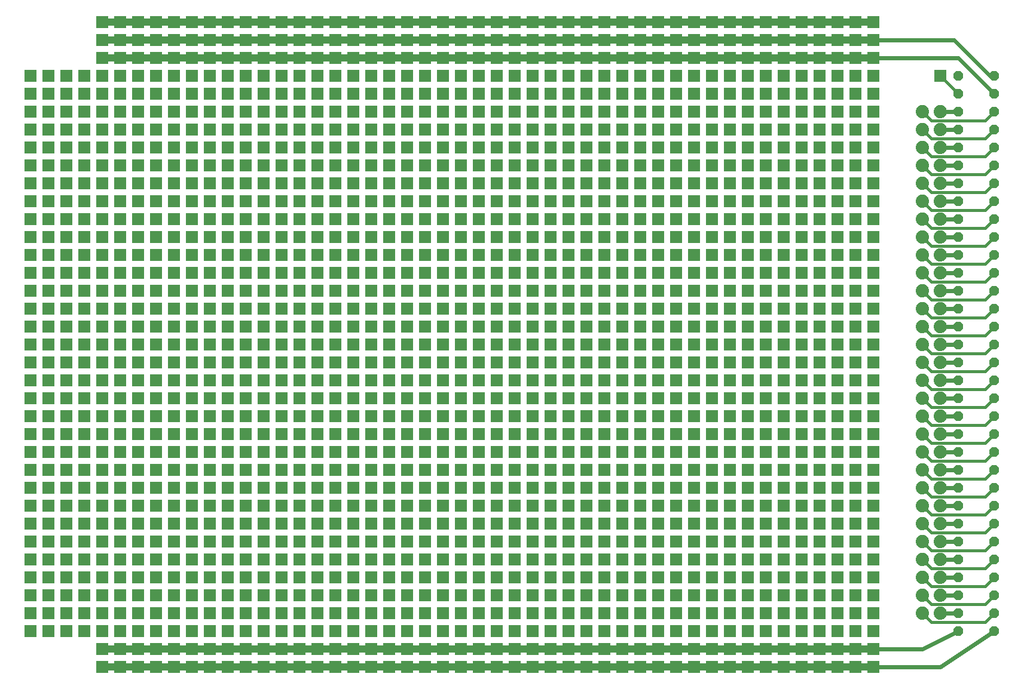
<source format=gtl>
G75*
G70*
%OFA0B0*%
%FSLAX24Y24*%
%IPPOS*%
%LPD*%
%AMOC8*
5,1,8,0,0,1.08239X$1,22.5*
%
%ADD10OC8,0.0560*%
%ADD11C,0.0740*%
%ADD12R,0.0650X0.0650*%
%ADD13C,0.0400*%
%ADD14C,0.0240*%
%ADD15C,0.0160*%
D10*
X053930Y004290D03*
X053930Y004290D03*
X053930Y005290D03*
X053930Y005290D03*
X053930Y006290D03*
X053930Y006290D03*
X053930Y007290D03*
X053930Y007290D03*
X053930Y008290D03*
X053930Y008290D03*
X053930Y009290D03*
X053930Y009290D03*
X053930Y010290D03*
X053930Y010290D03*
X053930Y011290D03*
X053930Y011290D03*
X053930Y012290D03*
X053930Y012290D03*
X053930Y013290D03*
X053930Y013290D03*
X053930Y014290D03*
X053930Y014290D03*
X053930Y015290D03*
X053930Y015290D03*
X053930Y016290D03*
X053930Y016290D03*
X053930Y017290D03*
X053930Y017290D03*
X053930Y018290D03*
X053930Y018290D03*
X053930Y019290D03*
X053930Y019290D03*
X053930Y020290D03*
X053930Y020290D03*
X053930Y021290D03*
X053930Y021290D03*
X053930Y022290D03*
X053930Y022290D03*
X053930Y023290D03*
X053930Y023290D03*
X053930Y024290D03*
X053930Y024290D03*
X053930Y025290D03*
X053930Y025290D03*
X053930Y026290D03*
X053930Y026290D03*
X053930Y027290D03*
X053930Y027290D03*
X053930Y028290D03*
X053930Y028290D03*
X053930Y029290D03*
X053930Y029290D03*
X053930Y030290D03*
X053930Y030290D03*
X053930Y031290D03*
X053930Y031290D03*
X053930Y032290D03*
X053930Y032290D03*
X053930Y033290D03*
X053930Y033290D03*
X053930Y034290D03*
X053930Y034290D03*
X053930Y035290D03*
X053930Y035290D03*
X055930Y035290D03*
X055930Y035290D03*
X055930Y034290D03*
X055930Y034290D03*
X055930Y033290D03*
X055930Y033290D03*
X055930Y032290D03*
X055930Y032290D03*
X055930Y031290D03*
X055930Y031290D03*
X055930Y030290D03*
X055930Y030290D03*
X055930Y029290D03*
X055930Y029290D03*
X055930Y028290D03*
X055930Y028290D03*
X055930Y027290D03*
X055930Y027290D03*
X055930Y026290D03*
X055930Y026290D03*
X055930Y025290D03*
X055930Y025290D03*
X055930Y024290D03*
X055930Y024290D03*
X055930Y023290D03*
X055930Y023290D03*
X055930Y022290D03*
X055930Y022290D03*
X055930Y021290D03*
X055930Y021290D03*
X055930Y020290D03*
X055930Y020290D03*
X055930Y019290D03*
X055930Y019290D03*
X055930Y018290D03*
X055930Y018290D03*
X055930Y017290D03*
X055930Y017290D03*
X055930Y016290D03*
X055930Y016290D03*
X055930Y015290D03*
X055930Y015290D03*
X055930Y014290D03*
X055930Y014290D03*
X055930Y013290D03*
X055930Y013290D03*
X055930Y012290D03*
X055930Y012290D03*
X055930Y011290D03*
X055930Y011290D03*
X055930Y010290D03*
X055930Y010290D03*
X055930Y009290D03*
X055930Y009290D03*
X055930Y008290D03*
X055930Y008290D03*
X055930Y007290D03*
X055930Y007290D03*
X055930Y006290D03*
X055930Y006290D03*
X055930Y005290D03*
X055930Y005290D03*
X055930Y004290D03*
X055930Y004290D03*
D11*
X052930Y005290D03*
X051930Y005290D03*
X051930Y006290D03*
X052930Y006290D03*
X052930Y007290D03*
X051930Y007290D03*
X051930Y008290D03*
X052930Y008290D03*
X052930Y009290D03*
X051930Y009290D03*
X051930Y010290D03*
X052930Y010290D03*
X052930Y011290D03*
X051930Y011290D03*
X051930Y012290D03*
X052930Y012290D03*
X052930Y013290D03*
X051930Y013290D03*
X051930Y014290D03*
X052930Y014290D03*
X052930Y015290D03*
X051930Y015290D03*
X051930Y016290D03*
X052930Y016290D03*
X052930Y017290D03*
X051930Y017290D03*
X051930Y018290D03*
X052930Y018290D03*
X052930Y019290D03*
X051930Y019290D03*
X051930Y020290D03*
X052930Y020290D03*
X052930Y021290D03*
X051930Y021290D03*
X051930Y022290D03*
X052930Y022290D03*
X052930Y023290D03*
X051930Y023290D03*
X051930Y024290D03*
X052930Y024290D03*
X052930Y025290D03*
X051930Y025290D03*
X051930Y026290D03*
X052930Y026290D03*
X052930Y027290D03*
X051930Y027290D03*
X051930Y028290D03*
X052930Y028290D03*
X052930Y029290D03*
X051930Y029290D03*
X051930Y030290D03*
X052930Y030290D03*
X052930Y031290D03*
X051930Y031290D03*
X051930Y032290D03*
X052930Y032290D03*
X052930Y033290D03*
X051930Y033290D03*
D12*
X002180Y004290D03*
X003180Y004290D03*
X004180Y004290D03*
X005180Y004290D03*
X006180Y004290D03*
X007180Y004290D03*
X007180Y003290D03*
X006180Y003290D03*
X006180Y003290D03*
X006180Y002290D03*
X006180Y002290D03*
X007180Y002290D03*
X008180Y002290D03*
X009180Y002290D03*
X010180Y002290D03*
X011180Y002290D03*
X012180Y002290D03*
X013180Y002290D03*
X014180Y002290D03*
X015180Y002290D03*
X016180Y002290D03*
X017180Y002290D03*
X018180Y002290D03*
X019180Y002290D03*
X020180Y002290D03*
X021180Y002290D03*
X022180Y002290D03*
X023180Y002290D03*
X024180Y002290D03*
X025180Y002290D03*
X026180Y002290D03*
X027180Y002290D03*
X028180Y002290D03*
X029180Y002290D03*
X030180Y002290D03*
X031180Y002290D03*
X032180Y002290D03*
X033180Y002290D03*
X034180Y002290D03*
X035180Y002290D03*
X036180Y002290D03*
X037180Y002290D03*
X038180Y002290D03*
X039180Y002290D03*
X040180Y002290D03*
X041180Y002290D03*
X042180Y002290D03*
X043180Y002290D03*
X044180Y002290D03*
X045180Y002290D03*
X046180Y002290D03*
X047180Y002290D03*
X048180Y002290D03*
X049180Y002290D03*
X049180Y002290D03*
X049180Y003290D03*
X049180Y003290D03*
X049180Y004290D03*
X049180Y004290D03*
X048180Y004290D03*
X047180Y004290D03*
X047180Y003290D03*
X048180Y003290D03*
X046180Y003290D03*
X046180Y004290D03*
X045180Y004290D03*
X044180Y004290D03*
X044180Y003290D03*
X045180Y003290D03*
X043180Y003290D03*
X042180Y003290D03*
X042180Y004290D03*
X043180Y004290D03*
X043180Y005290D03*
X042180Y005290D03*
X042180Y006290D03*
X043180Y006290D03*
X044180Y006290D03*
X045180Y006290D03*
X045180Y005290D03*
X044180Y005290D03*
X046180Y005290D03*
X046180Y006290D03*
X047180Y006290D03*
X048180Y006290D03*
X048180Y005290D03*
X047180Y005290D03*
X049180Y005290D03*
X049180Y005290D03*
X049180Y006290D03*
X049180Y006290D03*
X049180Y007290D03*
X049180Y007290D03*
X049180Y008290D03*
X049180Y008290D03*
X048180Y008290D03*
X047180Y008290D03*
X047180Y007290D03*
X048180Y007290D03*
X046180Y007290D03*
X046180Y008290D03*
X045180Y008290D03*
X044180Y008290D03*
X044180Y007290D03*
X045180Y007290D03*
X043180Y007290D03*
X042180Y007290D03*
X042180Y008290D03*
X043180Y008290D03*
X043180Y009290D03*
X042180Y009290D03*
X042180Y010290D03*
X043180Y010290D03*
X044180Y010290D03*
X045180Y010290D03*
X045180Y009290D03*
X044180Y009290D03*
X046180Y009290D03*
X046180Y010290D03*
X047180Y010290D03*
X048180Y010290D03*
X048180Y009290D03*
X047180Y009290D03*
X049180Y009290D03*
X049180Y009290D03*
X049180Y010290D03*
X049180Y010290D03*
X049180Y011290D03*
X049180Y011290D03*
X048180Y011290D03*
X047180Y011290D03*
X046180Y011290D03*
X045180Y011290D03*
X044180Y011290D03*
X043180Y011290D03*
X042180Y011290D03*
X041180Y011290D03*
X040180Y011290D03*
X039180Y011290D03*
X038180Y011290D03*
X037180Y011290D03*
X036180Y011290D03*
X035180Y011290D03*
X034180Y011290D03*
X033180Y011290D03*
X032180Y011290D03*
X031180Y011290D03*
X030180Y011290D03*
X029180Y011290D03*
X028180Y011290D03*
X027180Y011290D03*
X026180Y011290D03*
X025180Y011290D03*
X024180Y011290D03*
X023180Y011290D03*
X022180Y011290D03*
X021180Y011290D03*
X020180Y011290D03*
X019180Y011290D03*
X018180Y011290D03*
X017180Y011290D03*
X016180Y011290D03*
X015180Y011290D03*
X014180Y011290D03*
X013180Y011290D03*
X012180Y011290D03*
X011180Y011290D03*
X010180Y011290D03*
X009180Y011290D03*
X008180Y011290D03*
X007180Y011290D03*
X006180Y011290D03*
X005180Y011290D03*
X004180Y011290D03*
X003180Y011290D03*
X002180Y011290D03*
X002180Y010290D03*
X002180Y009290D03*
X003180Y009290D03*
X004180Y009290D03*
X004180Y010290D03*
X003180Y010290D03*
X005180Y010290D03*
X005180Y009290D03*
X006180Y009290D03*
X007180Y009290D03*
X007180Y010290D03*
X006180Y010290D03*
X008180Y010290D03*
X008180Y009290D03*
X009180Y009290D03*
X010180Y009290D03*
X010180Y010290D03*
X009180Y010290D03*
X011180Y010290D03*
X012180Y010290D03*
X012180Y009290D03*
X011180Y009290D03*
X011180Y008290D03*
X012180Y008290D03*
X012180Y007290D03*
X011180Y007290D03*
X010180Y007290D03*
X009180Y007290D03*
X009180Y008290D03*
X010180Y008290D03*
X008180Y008290D03*
X008180Y007290D03*
X007180Y007290D03*
X006180Y007290D03*
X006180Y008290D03*
X007180Y008290D03*
X005180Y008290D03*
X005180Y007290D03*
X004180Y007290D03*
X003180Y007290D03*
X003180Y008290D03*
X004180Y008290D03*
X002180Y008290D03*
X002180Y007290D03*
X002180Y006290D03*
X002180Y005290D03*
X003180Y005290D03*
X004180Y005290D03*
X004180Y006290D03*
X003180Y006290D03*
X005180Y006290D03*
X005180Y005290D03*
X006180Y005290D03*
X007180Y005290D03*
X007180Y006290D03*
X006180Y006290D03*
X008180Y006290D03*
X008180Y005290D03*
X009180Y005290D03*
X010180Y005290D03*
X010180Y006290D03*
X009180Y006290D03*
X011180Y006290D03*
X012180Y006290D03*
X012180Y005290D03*
X011180Y005290D03*
X011180Y004290D03*
X012180Y004290D03*
X012180Y003290D03*
X011180Y003290D03*
X010180Y003290D03*
X009180Y003290D03*
X009180Y004290D03*
X010180Y004290D03*
X008180Y004290D03*
X008180Y003290D03*
X013180Y003290D03*
X013180Y004290D03*
X014180Y004290D03*
X015180Y004290D03*
X015180Y003290D03*
X014180Y003290D03*
X016180Y003290D03*
X016180Y004290D03*
X017180Y004290D03*
X018180Y004290D03*
X018180Y003290D03*
X017180Y003290D03*
X019180Y003290D03*
X019180Y004290D03*
X020180Y004290D03*
X021180Y004290D03*
X021180Y003290D03*
X020180Y003290D03*
X022180Y003290D03*
X023180Y003290D03*
X023180Y004290D03*
X022180Y004290D03*
X022180Y005290D03*
X023180Y005290D03*
X023180Y006290D03*
X022180Y006290D03*
X021180Y006290D03*
X020180Y006290D03*
X020180Y005290D03*
X021180Y005290D03*
X019180Y005290D03*
X019180Y006290D03*
X018180Y006290D03*
X017180Y006290D03*
X017180Y005290D03*
X018180Y005290D03*
X016180Y005290D03*
X016180Y006290D03*
X015180Y006290D03*
X014180Y006290D03*
X014180Y005290D03*
X015180Y005290D03*
X013180Y005290D03*
X013180Y006290D03*
X013180Y007290D03*
X013180Y008290D03*
X014180Y008290D03*
X015180Y008290D03*
X015180Y007290D03*
X014180Y007290D03*
X016180Y007290D03*
X016180Y008290D03*
X017180Y008290D03*
X018180Y008290D03*
X018180Y007290D03*
X017180Y007290D03*
X019180Y007290D03*
X019180Y008290D03*
X020180Y008290D03*
X021180Y008290D03*
X021180Y007290D03*
X020180Y007290D03*
X022180Y007290D03*
X023180Y007290D03*
X023180Y008290D03*
X022180Y008290D03*
X022180Y009290D03*
X023180Y009290D03*
X023180Y010290D03*
X022180Y010290D03*
X021180Y010290D03*
X020180Y010290D03*
X020180Y009290D03*
X021180Y009290D03*
X019180Y009290D03*
X019180Y010290D03*
X018180Y010290D03*
X017180Y010290D03*
X017180Y009290D03*
X018180Y009290D03*
X016180Y009290D03*
X016180Y010290D03*
X015180Y010290D03*
X014180Y010290D03*
X014180Y009290D03*
X015180Y009290D03*
X013180Y009290D03*
X013180Y010290D03*
X013180Y012290D03*
X013180Y013290D03*
X012180Y013290D03*
X011180Y013290D03*
X011180Y012290D03*
X012180Y012290D03*
X010180Y012290D03*
X009180Y012290D03*
X009180Y013290D03*
X010180Y013290D03*
X010180Y014290D03*
X009180Y014290D03*
X009180Y015290D03*
X010180Y015290D03*
X011180Y015290D03*
X012180Y015290D03*
X012180Y014290D03*
X011180Y014290D03*
X013180Y014290D03*
X013180Y015290D03*
X014180Y015290D03*
X015180Y015290D03*
X015180Y014290D03*
X014180Y014290D03*
X014180Y013290D03*
X015180Y013290D03*
X015180Y012290D03*
X014180Y012290D03*
X016180Y012290D03*
X016180Y013290D03*
X017180Y013290D03*
X018180Y013290D03*
X018180Y012290D03*
X017180Y012290D03*
X019180Y012290D03*
X019180Y013290D03*
X020180Y013290D03*
X021180Y013290D03*
X021180Y012290D03*
X020180Y012290D03*
X022180Y012290D03*
X023180Y012290D03*
X023180Y013290D03*
X022180Y013290D03*
X022180Y014290D03*
X023180Y014290D03*
X023180Y015290D03*
X022180Y015290D03*
X021180Y015290D03*
X020180Y015290D03*
X020180Y014290D03*
X021180Y014290D03*
X019180Y014290D03*
X019180Y015290D03*
X018180Y015290D03*
X017180Y015290D03*
X017180Y014290D03*
X018180Y014290D03*
X016180Y014290D03*
X016180Y015290D03*
X016180Y016290D03*
X016180Y017290D03*
X015180Y017290D03*
X014180Y017290D03*
X014180Y016290D03*
X015180Y016290D03*
X013180Y016290D03*
X013180Y017290D03*
X012180Y017290D03*
X011180Y017290D03*
X011180Y016290D03*
X012180Y016290D03*
X010180Y016290D03*
X009180Y016290D03*
X009180Y017290D03*
X010180Y017290D03*
X010180Y018290D03*
X009180Y018290D03*
X009180Y019290D03*
X010180Y019290D03*
X011180Y019290D03*
X012180Y019290D03*
X012180Y018290D03*
X011180Y018290D03*
X013180Y018290D03*
X013180Y019290D03*
X014180Y019290D03*
X015180Y019290D03*
X015180Y018290D03*
X014180Y018290D03*
X016180Y018290D03*
X016180Y019290D03*
X017180Y019290D03*
X018180Y019290D03*
X018180Y018290D03*
X017180Y018290D03*
X017180Y017290D03*
X018180Y017290D03*
X018180Y016290D03*
X017180Y016290D03*
X019180Y016290D03*
X019180Y017290D03*
X020180Y017290D03*
X021180Y017290D03*
X021180Y016290D03*
X020180Y016290D03*
X022180Y016290D03*
X023180Y016290D03*
X023180Y017290D03*
X022180Y017290D03*
X022180Y018290D03*
X023180Y018290D03*
X023180Y019290D03*
X022180Y019290D03*
X021180Y019290D03*
X020180Y019290D03*
X020180Y018290D03*
X021180Y018290D03*
X019180Y018290D03*
X019180Y019290D03*
X019180Y020290D03*
X019180Y021290D03*
X018180Y021290D03*
X017180Y021290D03*
X017180Y020290D03*
X018180Y020290D03*
X016180Y020290D03*
X016180Y021290D03*
X015180Y021290D03*
X014180Y021290D03*
X014180Y020290D03*
X015180Y020290D03*
X013180Y020290D03*
X013180Y021290D03*
X012180Y021290D03*
X011180Y021290D03*
X011180Y020290D03*
X012180Y020290D03*
X010180Y020290D03*
X009180Y020290D03*
X009180Y021290D03*
X010180Y021290D03*
X010180Y022290D03*
X009180Y022290D03*
X009180Y023290D03*
X010180Y023290D03*
X011180Y023290D03*
X012180Y023290D03*
X012180Y022290D03*
X011180Y022290D03*
X013180Y022290D03*
X013180Y023290D03*
X014180Y023290D03*
X015180Y023290D03*
X015180Y022290D03*
X014180Y022290D03*
X016180Y022290D03*
X016180Y023290D03*
X017180Y023290D03*
X018180Y023290D03*
X018180Y022290D03*
X017180Y022290D03*
X019180Y022290D03*
X019180Y023290D03*
X020180Y023290D03*
X021180Y023290D03*
X021180Y022290D03*
X020180Y022290D03*
X020180Y021290D03*
X021180Y021290D03*
X021180Y020290D03*
X020180Y020290D03*
X022180Y020290D03*
X023180Y020290D03*
X023180Y021290D03*
X022180Y021290D03*
X022180Y022290D03*
X023180Y022290D03*
X023180Y023290D03*
X022180Y023290D03*
X022180Y024290D03*
X023180Y024290D03*
X023180Y025290D03*
X022180Y025290D03*
X021180Y025290D03*
X020180Y025290D03*
X020180Y024290D03*
X021180Y024290D03*
X019180Y024290D03*
X019180Y025290D03*
X018180Y025290D03*
X017180Y025290D03*
X017180Y024290D03*
X018180Y024290D03*
X016180Y024290D03*
X016180Y025290D03*
X015180Y025290D03*
X014180Y025290D03*
X014180Y024290D03*
X015180Y024290D03*
X013180Y024290D03*
X013180Y025290D03*
X012180Y025290D03*
X011180Y025290D03*
X011180Y024290D03*
X012180Y024290D03*
X010180Y024290D03*
X009180Y024290D03*
X009180Y025290D03*
X010180Y025290D03*
X010180Y026290D03*
X009180Y026290D03*
X009180Y027290D03*
X010180Y027290D03*
X011180Y027290D03*
X012180Y027290D03*
X012180Y026290D03*
X011180Y026290D03*
X013180Y026290D03*
X013180Y027290D03*
X014180Y027290D03*
X015180Y027290D03*
X015180Y026290D03*
X014180Y026290D03*
X016180Y026290D03*
X016180Y027290D03*
X017180Y027290D03*
X018180Y027290D03*
X018180Y026290D03*
X017180Y026290D03*
X019180Y026290D03*
X019180Y027290D03*
X020180Y027290D03*
X021180Y027290D03*
X021180Y026290D03*
X020180Y026290D03*
X022180Y026290D03*
X023180Y026290D03*
X023180Y027290D03*
X022180Y027290D03*
X022180Y028290D03*
X023180Y028290D03*
X024180Y028290D03*
X025180Y028290D03*
X026180Y028290D03*
X027180Y028290D03*
X028180Y028290D03*
X029180Y028290D03*
X030180Y028290D03*
X031180Y028290D03*
X032180Y028290D03*
X033180Y028290D03*
X034180Y028290D03*
X035180Y028290D03*
X036180Y028290D03*
X037180Y028290D03*
X038180Y028290D03*
X039180Y028290D03*
X040180Y028290D03*
X041180Y028290D03*
X042180Y028290D03*
X043180Y028290D03*
X044180Y028290D03*
X045180Y028290D03*
X046180Y028290D03*
X047180Y028290D03*
X048180Y028290D03*
X049180Y028290D03*
X049180Y028290D03*
X049180Y027290D03*
X049180Y027290D03*
X049180Y026290D03*
X049180Y026290D03*
X048180Y026290D03*
X047180Y026290D03*
X047180Y027290D03*
X048180Y027290D03*
X046180Y027290D03*
X046180Y026290D03*
X045180Y026290D03*
X044180Y026290D03*
X044180Y027290D03*
X045180Y027290D03*
X043180Y027290D03*
X042180Y027290D03*
X042180Y026290D03*
X043180Y026290D03*
X043180Y025290D03*
X042180Y025290D03*
X042180Y024290D03*
X043180Y024290D03*
X044180Y024290D03*
X045180Y024290D03*
X045180Y025290D03*
X044180Y025290D03*
X046180Y025290D03*
X046180Y024290D03*
X047180Y024290D03*
X048180Y024290D03*
X048180Y025290D03*
X047180Y025290D03*
X049180Y025290D03*
X049180Y025290D03*
X049180Y024290D03*
X049180Y024290D03*
X049180Y023290D03*
X049180Y023290D03*
X049180Y022290D03*
X049180Y022290D03*
X048180Y022290D03*
X047180Y022290D03*
X047180Y023290D03*
X048180Y023290D03*
X046180Y023290D03*
X046180Y022290D03*
X045180Y022290D03*
X044180Y022290D03*
X044180Y023290D03*
X045180Y023290D03*
X043180Y023290D03*
X042180Y023290D03*
X042180Y022290D03*
X043180Y022290D03*
X043180Y021290D03*
X042180Y021290D03*
X042180Y020290D03*
X043180Y020290D03*
X044180Y020290D03*
X045180Y020290D03*
X045180Y021290D03*
X044180Y021290D03*
X046180Y021290D03*
X046180Y020290D03*
X047180Y020290D03*
X048180Y020290D03*
X048180Y021290D03*
X047180Y021290D03*
X049180Y021290D03*
X049180Y021290D03*
X049180Y020290D03*
X049180Y020290D03*
X049180Y019290D03*
X049180Y019290D03*
X049180Y018290D03*
X049180Y018290D03*
X048180Y018290D03*
X047180Y018290D03*
X047180Y019290D03*
X048180Y019290D03*
X046180Y019290D03*
X046180Y018290D03*
X045180Y018290D03*
X044180Y018290D03*
X044180Y019290D03*
X045180Y019290D03*
X043180Y019290D03*
X042180Y019290D03*
X042180Y018290D03*
X043180Y018290D03*
X043180Y017290D03*
X042180Y017290D03*
X042180Y016290D03*
X043180Y016290D03*
X044180Y016290D03*
X045180Y016290D03*
X045180Y017290D03*
X044180Y017290D03*
X046180Y017290D03*
X046180Y016290D03*
X047180Y016290D03*
X048180Y016290D03*
X048180Y017290D03*
X047180Y017290D03*
X049180Y017290D03*
X049180Y017290D03*
X049180Y016290D03*
X049180Y016290D03*
X049180Y015290D03*
X049180Y015290D03*
X049180Y014290D03*
X049180Y014290D03*
X048180Y014290D03*
X047180Y014290D03*
X047180Y015290D03*
X048180Y015290D03*
X046180Y015290D03*
X046180Y014290D03*
X045180Y014290D03*
X044180Y014290D03*
X044180Y015290D03*
X045180Y015290D03*
X043180Y015290D03*
X042180Y015290D03*
X042180Y014290D03*
X043180Y014290D03*
X043180Y013290D03*
X042180Y013290D03*
X042180Y012290D03*
X043180Y012290D03*
X044180Y012290D03*
X045180Y012290D03*
X045180Y013290D03*
X044180Y013290D03*
X046180Y013290D03*
X046180Y012290D03*
X047180Y012290D03*
X048180Y012290D03*
X048180Y013290D03*
X047180Y013290D03*
X049180Y013290D03*
X049180Y013290D03*
X049180Y012290D03*
X049180Y012290D03*
X041180Y012290D03*
X041180Y013290D03*
X040180Y013290D03*
X039180Y013290D03*
X039180Y012290D03*
X040180Y012290D03*
X038180Y012290D03*
X038180Y013290D03*
X037180Y013290D03*
X036180Y013290D03*
X036180Y012290D03*
X037180Y012290D03*
X035180Y012290D03*
X035180Y013290D03*
X034180Y013290D03*
X033180Y013290D03*
X033180Y012290D03*
X034180Y012290D03*
X032180Y012290D03*
X031180Y012290D03*
X031180Y013290D03*
X032180Y013290D03*
X032180Y014290D03*
X031180Y014290D03*
X031180Y015290D03*
X032180Y015290D03*
X033180Y015290D03*
X034180Y015290D03*
X034180Y014290D03*
X033180Y014290D03*
X035180Y014290D03*
X035180Y015290D03*
X036180Y015290D03*
X037180Y015290D03*
X037180Y014290D03*
X036180Y014290D03*
X038180Y014290D03*
X038180Y015290D03*
X039180Y015290D03*
X040180Y015290D03*
X040180Y014290D03*
X039180Y014290D03*
X041180Y014290D03*
X041180Y015290D03*
X041180Y016290D03*
X041180Y017290D03*
X040180Y017290D03*
X039180Y017290D03*
X039180Y016290D03*
X040180Y016290D03*
X038180Y016290D03*
X038180Y017290D03*
X037180Y017290D03*
X036180Y017290D03*
X036180Y016290D03*
X037180Y016290D03*
X035180Y016290D03*
X035180Y017290D03*
X034180Y017290D03*
X033180Y017290D03*
X033180Y016290D03*
X034180Y016290D03*
X032180Y016290D03*
X031180Y016290D03*
X031180Y017290D03*
X032180Y017290D03*
X032180Y018290D03*
X031180Y018290D03*
X031180Y019290D03*
X032180Y019290D03*
X033180Y019290D03*
X034180Y019290D03*
X034180Y018290D03*
X033180Y018290D03*
X035180Y018290D03*
X035180Y019290D03*
X036180Y019290D03*
X037180Y019290D03*
X037180Y018290D03*
X036180Y018290D03*
X038180Y018290D03*
X038180Y019290D03*
X039180Y019290D03*
X040180Y019290D03*
X040180Y018290D03*
X039180Y018290D03*
X041180Y018290D03*
X041180Y019290D03*
X041180Y020290D03*
X041180Y021290D03*
X040180Y021290D03*
X039180Y021290D03*
X039180Y020290D03*
X040180Y020290D03*
X038180Y020290D03*
X038180Y021290D03*
X037180Y021290D03*
X036180Y021290D03*
X036180Y020290D03*
X037180Y020290D03*
X035180Y020290D03*
X035180Y021290D03*
X034180Y021290D03*
X033180Y021290D03*
X033180Y020290D03*
X034180Y020290D03*
X032180Y020290D03*
X031180Y020290D03*
X031180Y021290D03*
X032180Y021290D03*
X032180Y022290D03*
X031180Y022290D03*
X031180Y023290D03*
X032180Y023290D03*
X033180Y023290D03*
X034180Y023290D03*
X034180Y022290D03*
X033180Y022290D03*
X035180Y022290D03*
X035180Y023290D03*
X036180Y023290D03*
X037180Y023290D03*
X037180Y022290D03*
X036180Y022290D03*
X038180Y022290D03*
X038180Y023290D03*
X039180Y023290D03*
X040180Y023290D03*
X040180Y022290D03*
X039180Y022290D03*
X041180Y022290D03*
X041180Y023290D03*
X041180Y024290D03*
X041180Y025290D03*
X040180Y025290D03*
X039180Y025290D03*
X039180Y024290D03*
X040180Y024290D03*
X038180Y024290D03*
X038180Y025290D03*
X037180Y025290D03*
X036180Y025290D03*
X036180Y024290D03*
X037180Y024290D03*
X035180Y024290D03*
X035180Y025290D03*
X034180Y025290D03*
X033180Y025290D03*
X033180Y024290D03*
X034180Y024290D03*
X032180Y024290D03*
X031180Y024290D03*
X031180Y025290D03*
X032180Y025290D03*
X032180Y026290D03*
X031180Y026290D03*
X031180Y027290D03*
X032180Y027290D03*
X033180Y027290D03*
X034180Y027290D03*
X034180Y026290D03*
X033180Y026290D03*
X035180Y026290D03*
X035180Y027290D03*
X036180Y027290D03*
X037180Y027290D03*
X037180Y026290D03*
X036180Y026290D03*
X038180Y026290D03*
X038180Y027290D03*
X039180Y027290D03*
X040180Y027290D03*
X040180Y026290D03*
X039180Y026290D03*
X041180Y026290D03*
X041180Y027290D03*
X041180Y029290D03*
X041180Y030290D03*
X040180Y030290D03*
X039180Y030290D03*
X039180Y029290D03*
X040180Y029290D03*
X038180Y029290D03*
X038180Y030290D03*
X037180Y030290D03*
X036180Y030290D03*
X036180Y029290D03*
X037180Y029290D03*
X035180Y029290D03*
X035180Y030290D03*
X034180Y030290D03*
X033180Y030290D03*
X033180Y029290D03*
X034180Y029290D03*
X032180Y029290D03*
X031180Y029290D03*
X031180Y030290D03*
X032180Y030290D03*
X032180Y031290D03*
X031180Y031290D03*
X031180Y032290D03*
X032180Y032290D03*
X033180Y032290D03*
X034180Y032290D03*
X034180Y031290D03*
X033180Y031290D03*
X035180Y031290D03*
X035180Y032290D03*
X036180Y032290D03*
X037180Y032290D03*
X037180Y031290D03*
X036180Y031290D03*
X038180Y031290D03*
X038180Y032290D03*
X039180Y032290D03*
X040180Y032290D03*
X040180Y031290D03*
X039180Y031290D03*
X041180Y031290D03*
X041180Y032290D03*
X042180Y032290D03*
X043180Y032290D03*
X043180Y031290D03*
X042180Y031290D03*
X042180Y030290D03*
X043180Y030290D03*
X043180Y029290D03*
X042180Y029290D03*
X044180Y029290D03*
X045180Y029290D03*
X045180Y030290D03*
X044180Y030290D03*
X044180Y031290D03*
X045180Y031290D03*
X045180Y032290D03*
X044180Y032290D03*
X044180Y033290D03*
X045180Y033290D03*
X045180Y034290D03*
X044180Y034290D03*
X043180Y034290D03*
X042180Y034290D03*
X042180Y033290D03*
X043180Y033290D03*
X041180Y033290D03*
X041180Y034290D03*
X040180Y034290D03*
X039180Y034290D03*
X039180Y033290D03*
X040180Y033290D03*
X038180Y033290D03*
X038180Y034290D03*
X037180Y034290D03*
X036180Y034290D03*
X036180Y033290D03*
X037180Y033290D03*
X035180Y033290D03*
X035180Y034290D03*
X034180Y034290D03*
X033180Y034290D03*
X033180Y033290D03*
X034180Y033290D03*
X032180Y033290D03*
X031180Y033290D03*
X031180Y034290D03*
X032180Y034290D03*
X032180Y035290D03*
X031180Y035290D03*
X031180Y036290D03*
X032180Y036290D03*
X033180Y036290D03*
X034180Y036290D03*
X034180Y035290D03*
X033180Y035290D03*
X035180Y035290D03*
X035180Y036290D03*
X036180Y036290D03*
X037180Y036290D03*
X037180Y035290D03*
X036180Y035290D03*
X038180Y035290D03*
X038180Y036290D03*
X039180Y036290D03*
X040180Y036290D03*
X040180Y035290D03*
X039180Y035290D03*
X041180Y035290D03*
X041180Y036290D03*
X042180Y036290D03*
X043180Y036290D03*
X043180Y035290D03*
X042180Y035290D03*
X044180Y035290D03*
X045180Y035290D03*
X045180Y036290D03*
X044180Y036290D03*
X044180Y037290D03*
X045180Y037290D03*
X045180Y038290D03*
X044180Y038290D03*
X043180Y038290D03*
X042180Y038290D03*
X042180Y037290D03*
X043180Y037290D03*
X041180Y037290D03*
X041180Y038290D03*
X040180Y038290D03*
X039180Y038290D03*
X039180Y037290D03*
X040180Y037290D03*
X038180Y037290D03*
X038180Y038290D03*
X037180Y038290D03*
X036180Y038290D03*
X036180Y037290D03*
X037180Y037290D03*
X035180Y037290D03*
X035180Y038290D03*
X034180Y038290D03*
X033180Y038290D03*
X033180Y037290D03*
X034180Y037290D03*
X032180Y037290D03*
X031180Y037290D03*
X031180Y038290D03*
X032180Y038290D03*
X030180Y038290D03*
X030180Y037290D03*
X029180Y037290D03*
X028180Y037290D03*
X028180Y038290D03*
X029180Y038290D03*
X027180Y038290D03*
X027180Y037290D03*
X026180Y037290D03*
X025180Y037290D03*
X025180Y038290D03*
X026180Y038290D03*
X024180Y038290D03*
X024180Y037290D03*
X023180Y037290D03*
X022180Y037290D03*
X022180Y038290D03*
X023180Y038290D03*
X021180Y038290D03*
X020180Y038290D03*
X020180Y037290D03*
X021180Y037290D03*
X021180Y036290D03*
X020180Y036290D03*
X020180Y035290D03*
X021180Y035290D03*
X022180Y035290D03*
X023180Y035290D03*
X023180Y036290D03*
X022180Y036290D03*
X024180Y036290D03*
X024180Y035290D03*
X025180Y035290D03*
X026180Y035290D03*
X026180Y036290D03*
X025180Y036290D03*
X027180Y036290D03*
X027180Y035290D03*
X028180Y035290D03*
X029180Y035290D03*
X029180Y036290D03*
X028180Y036290D03*
X030180Y036290D03*
X030180Y035290D03*
X030180Y034290D03*
X030180Y033290D03*
X029180Y033290D03*
X028180Y033290D03*
X028180Y034290D03*
X029180Y034290D03*
X027180Y034290D03*
X027180Y033290D03*
X026180Y033290D03*
X025180Y033290D03*
X025180Y034290D03*
X026180Y034290D03*
X024180Y034290D03*
X024180Y033290D03*
X023180Y033290D03*
X022180Y033290D03*
X022180Y034290D03*
X023180Y034290D03*
X021180Y034290D03*
X020180Y034290D03*
X020180Y033290D03*
X021180Y033290D03*
X021180Y032290D03*
X020180Y032290D03*
X020180Y031290D03*
X021180Y031290D03*
X022180Y031290D03*
X023180Y031290D03*
X023180Y032290D03*
X022180Y032290D03*
X024180Y032290D03*
X024180Y031290D03*
X025180Y031290D03*
X026180Y031290D03*
X026180Y032290D03*
X025180Y032290D03*
X027180Y032290D03*
X027180Y031290D03*
X028180Y031290D03*
X029180Y031290D03*
X029180Y032290D03*
X028180Y032290D03*
X030180Y032290D03*
X030180Y031290D03*
X030180Y030290D03*
X030180Y029290D03*
X029180Y029290D03*
X028180Y029290D03*
X028180Y030290D03*
X029180Y030290D03*
X027180Y030290D03*
X027180Y029290D03*
X026180Y029290D03*
X025180Y029290D03*
X025180Y030290D03*
X026180Y030290D03*
X024180Y030290D03*
X024180Y029290D03*
X023180Y029290D03*
X022180Y029290D03*
X022180Y030290D03*
X023180Y030290D03*
X021180Y030290D03*
X020180Y030290D03*
X020180Y029290D03*
X021180Y029290D03*
X021180Y028290D03*
X020180Y028290D03*
X019180Y028290D03*
X018180Y028290D03*
X017180Y028290D03*
X016180Y028290D03*
X015180Y028290D03*
X014180Y028290D03*
X013180Y028290D03*
X012180Y028290D03*
X011180Y028290D03*
X010180Y028290D03*
X009180Y028290D03*
X008180Y028290D03*
X007180Y028290D03*
X006180Y028290D03*
X005180Y028290D03*
X004180Y028290D03*
X003180Y028290D03*
X002180Y028290D03*
X002180Y027290D03*
X002180Y026290D03*
X003180Y026290D03*
X004180Y026290D03*
X004180Y027290D03*
X003180Y027290D03*
X005180Y027290D03*
X005180Y026290D03*
X006180Y026290D03*
X007180Y026290D03*
X007180Y027290D03*
X006180Y027290D03*
X008180Y027290D03*
X008180Y026290D03*
X008180Y025290D03*
X008180Y024290D03*
X007180Y024290D03*
X006180Y024290D03*
X006180Y025290D03*
X007180Y025290D03*
X005180Y025290D03*
X005180Y024290D03*
X004180Y024290D03*
X003180Y024290D03*
X003180Y025290D03*
X004180Y025290D03*
X002180Y025290D03*
X002180Y024290D03*
X002180Y023290D03*
X002180Y022290D03*
X003180Y022290D03*
X004180Y022290D03*
X004180Y023290D03*
X003180Y023290D03*
X005180Y023290D03*
X005180Y022290D03*
X006180Y022290D03*
X007180Y022290D03*
X007180Y023290D03*
X006180Y023290D03*
X008180Y023290D03*
X008180Y022290D03*
X008180Y021290D03*
X008180Y020290D03*
X007180Y020290D03*
X006180Y020290D03*
X006180Y021290D03*
X007180Y021290D03*
X005180Y021290D03*
X005180Y020290D03*
X004180Y020290D03*
X003180Y020290D03*
X003180Y021290D03*
X004180Y021290D03*
X002180Y021290D03*
X002180Y020290D03*
X002180Y019290D03*
X002180Y018290D03*
X003180Y018290D03*
X004180Y018290D03*
X004180Y019290D03*
X003180Y019290D03*
X005180Y019290D03*
X005180Y018290D03*
X006180Y018290D03*
X007180Y018290D03*
X007180Y019290D03*
X006180Y019290D03*
X008180Y019290D03*
X008180Y018290D03*
X008180Y017290D03*
X008180Y016290D03*
X007180Y016290D03*
X006180Y016290D03*
X006180Y017290D03*
X007180Y017290D03*
X005180Y017290D03*
X005180Y016290D03*
X004180Y016290D03*
X003180Y016290D03*
X003180Y017290D03*
X004180Y017290D03*
X002180Y017290D03*
X002180Y016290D03*
X002180Y015290D03*
X002180Y014290D03*
X003180Y014290D03*
X004180Y014290D03*
X004180Y015290D03*
X003180Y015290D03*
X005180Y015290D03*
X005180Y014290D03*
X006180Y014290D03*
X007180Y014290D03*
X007180Y015290D03*
X006180Y015290D03*
X008180Y015290D03*
X008180Y014290D03*
X008180Y013290D03*
X008180Y012290D03*
X007180Y012290D03*
X006180Y012290D03*
X006180Y013290D03*
X007180Y013290D03*
X005180Y013290D03*
X005180Y012290D03*
X004180Y012290D03*
X003180Y012290D03*
X003180Y013290D03*
X004180Y013290D03*
X002180Y013290D03*
X002180Y012290D03*
X024180Y012290D03*
X024180Y013290D03*
X025180Y013290D03*
X026180Y013290D03*
X026180Y012290D03*
X025180Y012290D03*
X027180Y012290D03*
X027180Y013290D03*
X028180Y013290D03*
X029180Y013290D03*
X029180Y012290D03*
X028180Y012290D03*
X030180Y012290D03*
X030180Y013290D03*
X030180Y014290D03*
X030180Y015290D03*
X029180Y015290D03*
X028180Y015290D03*
X028180Y014290D03*
X029180Y014290D03*
X027180Y014290D03*
X027180Y015290D03*
X026180Y015290D03*
X025180Y015290D03*
X025180Y014290D03*
X026180Y014290D03*
X024180Y014290D03*
X024180Y015290D03*
X024180Y016290D03*
X024180Y017290D03*
X025180Y017290D03*
X026180Y017290D03*
X026180Y016290D03*
X025180Y016290D03*
X027180Y016290D03*
X027180Y017290D03*
X028180Y017290D03*
X029180Y017290D03*
X029180Y016290D03*
X028180Y016290D03*
X030180Y016290D03*
X030180Y017290D03*
X030180Y018290D03*
X030180Y019290D03*
X029180Y019290D03*
X028180Y019290D03*
X028180Y018290D03*
X029180Y018290D03*
X027180Y018290D03*
X027180Y019290D03*
X026180Y019290D03*
X025180Y019290D03*
X025180Y018290D03*
X026180Y018290D03*
X024180Y018290D03*
X024180Y019290D03*
X024180Y020290D03*
X024180Y021290D03*
X025180Y021290D03*
X026180Y021290D03*
X026180Y020290D03*
X025180Y020290D03*
X027180Y020290D03*
X027180Y021290D03*
X028180Y021290D03*
X029180Y021290D03*
X029180Y020290D03*
X028180Y020290D03*
X030180Y020290D03*
X030180Y021290D03*
X030180Y022290D03*
X030180Y023290D03*
X029180Y023290D03*
X028180Y023290D03*
X028180Y022290D03*
X029180Y022290D03*
X027180Y022290D03*
X027180Y023290D03*
X026180Y023290D03*
X025180Y023290D03*
X025180Y022290D03*
X026180Y022290D03*
X024180Y022290D03*
X024180Y023290D03*
X024180Y024290D03*
X024180Y025290D03*
X025180Y025290D03*
X026180Y025290D03*
X026180Y024290D03*
X025180Y024290D03*
X027180Y024290D03*
X027180Y025290D03*
X028180Y025290D03*
X029180Y025290D03*
X029180Y024290D03*
X028180Y024290D03*
X030180Y024290D03*
X030180Y025290D03*
X030180Y026290D03*
X030180Y027290D03*
X029180Y027290D03*
X028180Y027290D03*
X028180Y026290D03*
X029180Y026290D03*
X027180Y026290D03*
X027180Y027290D03*
X026180Y027290D03*
X025180Y027290D03*
X025180Y026290D03*
X026180Y026290D03*
X024180Y026290D03*
X024180Y027290D03*
X019180Y029290D03*
X019180Y030290D03*
X018180Y030290D03*
X017180Y030290D03*
X017180Y029290D03*
X018180Y029290D03*
X016180Y029290D03*
X016180Y030290D03*
X015180Y030290D03*
X014180Y030290D03*
X014180Y029290D03*
X015180Y029290D03*
X013180Y029290D03*
X013180Y030290D03*
X012180Y030290D03*
X011180Y030290D03*
X011180Y029290D03*
X012180Y029290D03*
X010180Y029290D03*
X009180Y029290D03*
X009180Y030290D03*
X010180Y030290D03*
X010180Y031290D03*
X009180Y031290D03*
X009180Y032290D03*
X010180Y032290D03*
X011180Y032290D03*
X012180Y032290D03*
X012180Y031290D03*
X011180Y031290D03*
X013180Y031290D03*
X013180Y032290D03*
X014180Y032290D03*
X015180Y032290D03*
X015180Y031290D03*
X014180Y031290D03*
X016180Y031290D03*
X016180Y032290D03*
X017180Y032290D03*
X018180Y032290D03*
X018180Y031290D03*
X017180Y031290D03*
X019180Y031290D03*
X019180Y032290D03*
X019180Y033290D03*
X019180Y034290D03*
X018180Y034290D03*
X017180Y034290D03*
X017180Y033290D03*
X018180Y033290D03*
X016180Y033290D03*
X016180Y034290D03*
X015180Y034290D03*
X014180Y034290D03*
X014180Y033290D03*
X015180Y033290D03*
X013180Y033290D03*
X013180Y034290D03*
X012180Y034290D03*
X011180Y034290D03*
X011180Y033290D03*
X012180Y033290D03*
X010180Y033290D03*
X009180Y033290D03*
X009180Y034290D03*
X010180Y034290D03*
X010180Y035290D03*
X009180Y035290D03*
X009180Y036290D03*
X010180Y036290D03*
X011180Y036290D03*
X012180Y036290D03*
X012180Y035290D03*
X011180Y035290D03*
X013180Y035290D03*
X013180Y036290D03*
X014180Y036290D03*
X015180Y036290D03*
X015180Y035290D03*
X014180Y035290D03*
X016180Y035290D03*
X016180Y036290D03*
X017180Y036290D03*
X018180Y036290D03*
X018180Y035290D03*
X017180Y035290D03*
X019180Y035290D03*
X019180Y036290D03*
X019180Y037290D03*
X019180Y038290D03*
X018180Y038290D03*
X017180Y038290D03*
X017180Y037290D03*
X018180Y037290D03*
X016180Y037290D03*
X016180Y038290D03*
X015180Y038290D03*
X014180Y038290D03*
X014180Y037290D03*
X015180Y037290D03*
X013180Y037290D03*
X013180Y038290D03*
X012180Y038290D03*
X011180Y038290D03*
X011180Y037290D03*
X012180Y037290D03*
X010180Y037290D03*
X009180Y037290D03*
X009180Y038290D03*
X010180Y038290D03*
X008180Y038290D03*
X008180Y037290D03*
X007180Y037290D03*
X006180Y037290D03*
X006180Y037290D03*
X006180Y038290D03*
X006180Y038290D03*
X007180Y038290D03*
X007180Y036290D03*
X006180Y036290D03*
X006180Y036290D03*
X006180Y035290D03*
X007180Y035290D03*
X008180Y035290D03*
X008180Y036290D03*
X008180Y034290D03*
X008180Y033290D03*
X007180Y033290D03*
X006180Y033290D03*
X006180Y034290D03*
X007180Y034290D03*
X005180Y034290D03*
X005180Y033290D03*
X004180Y033290D03*
X003180Y033290D03*
X003180Y034290D03*
X004180Y034290D03*
X004180Y035290D03*
X003180Y035290D03*
X002180Y035290D03*
X002180Y034290D03*
X002180Y033290D03*
X002180Y032290D03*
X002180Y031290D03*
X003180Y031290D03*
X004180Y031290D03*
X004180Y032290D03*
X003180Y032290D03*
X005180Y032290D03*
X005180Y031290D03*
X006180Y031290D03*
X007180Y031290D03*
X007180Y032290D03*
X006180Y032290D03*
X008180Y032290D03*
X008180Y031290D03*
X008180Y030290D03*
X008180Y029290D03*
X007180Y029290D03*
X006180Y029290D03*
X006180Y030290D03*
X007180Y030290D03*
X005180Y030290D03*
X005180Y029290D03*
X004180Y029290D03*
X003180Y029290D03*
X003180Y030290D03*
X004180Y030290D03*
X002180Y030290D03*
X002180Y029290D03*
X005180Y035290D03*
X024180Y010290D03*
X024180Y009290D03*
X025180Y009290D03*
X026180Y009290D03*
X026180Y010290D03*
X025180Y010290D03*
X027180Y010290D03*
X027180Y009290D03*
X028180Y009290D03*
X029180Y009290D03*
X029180Y010290D03*
X028180Y010290D03*
X030180Y010290D03*
X030180Y009290D03*
X031180Y009290D03*
X032180Y009290D03*
X032180Y010290D03*
X031180Y010290D03*
X033180Y010290D03*
X034180Y010290D03*
X034180Y009290D03*
X033180Y009290D03*
X033180Y008290D03*
X034180Y008290D03*
X034180Y007290D03*
X033180Y007290D03*
X032180Y007290D03*
X031180Y007290D03*
X031180Y008290D03*
X032180Y008290D03*
X030180Y008290D03*
X030180Y007290D03*
X029180Y007290D03*
X028180Y007290D03*
X028180Y008290D03*
X029180Y008290D03*
X027180Y008290D03*
X027180Y007290D03*
X026180Y007290D03*
X025180Y007290D03*
X025180Y008290D03*
X026180Y008290D03*
X024180Y008290D03*
X024180Y007290D03*
X024180Y006290D03*
X024180Y005290D03*
X025180Y005290D03*
X026180Y005290D03*
X026180Y006290D03*
X025180Y006290D03*
X027180Y006290D03*
X027180Y005290D03*
X028180Y005290D03*
X029180Y005290D03*
X029180Y006290D03*
X028180Y006290D03*
X030180Y006290D03*
X030180Y005290D03*
X031180Y005290D03*
X032180Y005290D03*
X032180Y006290D03*
X031180Y006290D03*
X033180Y006290D03*
X034180Y006290D03*
X034180Y005290D03*
X033180Y005290D03*
X033180Y004290D03*
X034180Y004290D03*
X034180Y003290D03*
X033180Y003290D03*
X032180Y003290D03*
X031180Y003290D03*
X031180Y004290D03*
X032180Y004290D03*
X030180Y004290D03*
X030180Y003290D03*
X029180Y003290D03*
X028180Y003290D03*
X028180Y004290D03*
X029180Y004290D03*
X027180Y004290D03*
X027180Y003290D03*
X026180Y003290D03*
X025180Y003290D03*
X025180Y004290D03*
X026180Y004290D03*
X024180Y004290D03*
X024180Y003290D03*
X035180Y003290D03*
X035180Y004290D03*
X036180Y004290D03*
X037180Y004290D03*
X037180Y003290D03*
X036180Y003290D03*
X038180Y003290D03*
X038180Y004290D03*
X039180Y004290D03*
X040180Y004290D03*
X040180Y003290D03*
X039180Y003290D03*
X041180Y003290D03*
X041180Y004290D03*
X041180Y005290D03*
X041180Y006290D03*
X040180Y006290D03*
X039180Y006290D03*
X039180Y005290D03*
X040180Y005290D03*
X038180Y005290D03*
X038180Y006290D03*
X037180Y006290D03*
X036180Y006290D03*
X036180Y005290D03*
X037180Y005290D03*
X035180Y005290D03*
X035180Y006290D03*
X035180Y007290D03*
X035180Y008290D03*
X036180Y008290D03*
X037180Y008290D03*
X037180Y007290D03*
X036180Y007290D03*
X038180Y007290D03*
X038180Y008290D03*
X039180Y008290D03*
X040180Y008290D03*
X040180Y007290D03*
X039180Y007290D03*
X041180Y007290D03*
X041180Y008290D03*
X041180Y009290D03*
X041180Y010290D03*
X040180Y010290D03*
X039180Y010290D03*
X039180Y009290D03*
X040180Y009290D03*
X038180Y009290D03*
X038180Y010290D03*
X037180Y010290D03*
X036180Y010290D03*
X036180Y009290D03*
X037180Y009290D03*
X035180Y009290D03*
X035180Y010290D03*
X046180Y029290D03*
X046180Y030290D03*
X047180Y030290D03*
X048180Y030290D03*
X048180Y029290D03*
X047180Y029290D03*
X049180Y029290D03*
X049180Y029290D03*
X049180Y030290D03*
X049180Y030290D03*
X049180Y031290D03*
X049180Y031290D03*
X049180Y032290D03*
X049180Y032290D03*
X048180Y032290D03*
X047180Y032290D03*
X047180Y031290D03*
X048180Y031290D03*
X046180Y031290D03*
X046180Y032290D03*
X046180Y033290D03*
X046180Y034290D03*
X047180Y034290D03*
X048180Y034290D03*
X048180Y033290D03*
X047180Y033290D03*
X049180Y033290D03*
X049180Y033290D03*
X049180Y034290D03*
X049180Y034290D03*
X049180Y035290D03*
X049180Y035290D03*
X049180Y036290D03*
X049180Y036290D03*
X048180Y036290D03*
X047180Y036290D03*
X047180Y035290D03*
X048180Y035290D03*
X046180Y035290D03*
X046180Y036290D03*
X046180Y037290D03*
X046180Y038290D03*
X047180Y038290D03*
X048180Y038290D03*
X048180Y037290D03*
X047180Y037290D03*
X049180Y037290D03*
X049180Y037290D03*
X049180Y038290D03*
X049180Y038290D03*
X052930Y035290D03*
D13*
X049180Y036290D02*
X006180Y036290D01*
X006180Y037290D02*
X049180Y037290D01*
X049180Y038290D02*
X006180Y038290D01*
X006180Y003290D02*
X049180Y003290D01*
X049180Y002290D02*
X006180Y002290D01*
D14*
X049180Y002290D02*
X052930Y002290D01*
X055930Y004290D01*
X053930Y004290D02*
X051930Y003290D01*
X049180Y003290D01*
X052930Y005290D02*
X053930Y005290D01*
X053930Y006290D02*
X052930Y006290D01*
X052930Y007290D02*
X053930Y007290D01*
X053930Y008290D02*
X052930Y008290D01*
X052930Y009290D02*
X053930Y009290D01*
X053930Y010290D02*
X052930Y010290D01*
X052930Y011290D02*
X053930Y011290D01*
X053930Y012290D02*
X052930Y012290D01*
X052930Y013290D02*
X053930Y013290D01*
X053930Y014290D02*
X052930Y014290D01*
X052930Y015290D02*
X053930Y015290D01*
X053930Y016290D02*
X052930Y016290D01*
X052930Y017290D02*
X053930Y017290D01*
X053930Y018290D02*
X052930Y018290D01*
X052930Y019290D02*
X053930Y019290D01*
X053930Y020290D02*
X052930Y020290D01*
X052930Y021290D02*
X053930Y021290D01*
X053930Y022290D02*
X052930Y022290D01*
X052930Y023290D02*
X053930Y023290D01*
X053930Y024290D02*
X052930Y024290D01*
X052930Y025290D02*
X053930Y025290D01*
X053930Y026290D02*
X052930Y026290D01*
X052930Y027290D02*
X053930Y027290D01*
X053930Y028290D02*
X052930Y028290D01*
X052930Y029290D02*
X053930Y029290D01*
X053930Y030290D02*
X052930Y030290D01*
X052930Y031290D02*
X053930Y031290D01*
X053930Y032290D02*
X052930Y032290D01*
X052930Y033290D02*
X053930Y033290D01*
X055930Y034290D02*
X053930Y036290D01*
X049180Y036290D01*
X049180Y037290D02*
X053680Y037290D01*
X055680Y035290D01*
X055930Y035290D01*
D15*
X053930Y034290D02*
X052930Y035290D01*
X051930Y033290D02*
X052430Y032790D01*
X055430Y032790D01*
X055930Y033290D01*
X055930Y032290D02*
X055430Y031790D01*
X052430Y031790D01*
X051930Y032290D01*
X051930Y031290D02*
X052430Y030790D01*
X055430Y030790D01*
X055930Y031290D01*
X055930Y030290D02*
X055430Y029790D01*
X052430Y029790D01*
X051930Y030290D01*
X051930Y029290D02*
X052430Y028790D01*
X055430Y028790D01*
X055930Y029290D01*
X055930Y028290D02*
X055430Y027790D01*
X052430Y027790D01*
X051930Y028290D01*
X051930Y027290D02*
X052430Y026790D01*
X055430Y026790D01*
X055930Y027290D01*
X055930Y026290D02*
X055430Y025790D01*
X052430Y025790D01*
X051930Y026290D01*
X051930Y025290D02*
X052430Y024790D01*
X055430Y024790D01*
X055930Y025290D01*
X055930Y024290D02*
X055430Y023790D01*
X052430Y023790D01*
X051930Y024290D01*
X051930Y023290D02*
X052430Y022790D01*
X055430Y022790D01*
X055930Y023290D01*
X055930Y022290D02*
X055430Y021790D01*
X052430Y021790D01*
X051930Y022290D01*
X051930Y021290D02*
X052430Y020790D01*
X055430Y020790D01*
X055930Y021290D01*
X055930Y020290D02*
X055430Y019790D01*
X052430Y019790D01*
X051930Y020290D01*
X051930Y019290D02*
X052430Y018790D01*
X055430Y018790D01*
X055930Y019290D01*
X055930Y018290D02*
X055430Y017790D01*
X052430Y017790D01*
X051930Y018290D01*
X051930Y017290D02*
X052430Y016790D01*
X055430Y016790D01*
X055930Y017290D01*
X055930Y016290D02*
X055430Y015790D01*
X052430Y015790D01*
X051930Y016290D01*
X051930Y015290D02*
X052430Y014790D01*
X055430Y014790D01*
X055930Y015290D01*
X055930Y014290D02*
X055430Y013790D01*
X052430Y013790D01*
X051930Y014290D01*
X051930Y013290D02*
X052430Y012790D01*
X055430Y012790D01*
X055930Y013290D01*
X055930Y012290D02*
X055430Y011790D01*
X052430Y011790D01*
X051930Y012290D01*
X051930Y011290D02*
X052430Y010790D01*
X055430Y010790D01*
X055930Y011290D01*
X055930Y010290D02*
X055430Y009790D01*
X052430Y009790D01*
X051930Y010290D01*
X051930Y009290D02*
X052430Y008790D01*
X055430Y008790D01*
X055930Y009290D01*
X055930Y008290D02*
X055430Y007790D01*
X052430Y007790D01*
X051930Y008290D01*
X051930Y007290D02*
X052430Y006790D01*
X055430Y006790D01*
X055930Y007290D01*
X055930Y006290D02*
X055430Y005790D01*
X052430Y005790D01*
X051930Y006290D01*
X051930Y005290D02*
X052430Y004790D01*
X055430Y004790D01*
X055930Y005290D01*
M02*

</source>
